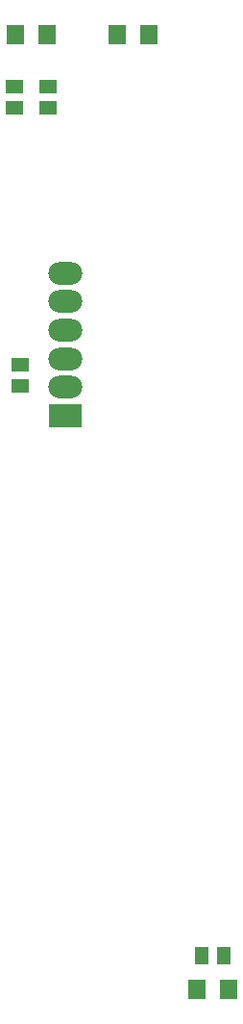
<source format=gtp>
G04 #@! TF.GenerationSoftware,KiCad,Pcbnew,(6.0.9)*
G04 #@! TF.CreationDate,2024-11-23T14:03:30+01:00*
G04 #@! TF.ProjectId,Spoke,53706f6b-652e-46b6-9963-61645f706362,1.2*
G04 #@! TF.SameCoordinates,PX5f5e100PY5f5e100*
G04 #@! TF.FileFunction,Paste,Top*
G04 #@! TF.FilePolarity,Positive*
%FSLAX46Y46*%
G04 Gerber Fmt 4.6, Leading zero omitted, Abs format (unit mm)*
G04 Created by KiCad (PCBNEW (6.0.9)) date 2024-11-23 14:03:30*
%MOMM*%
%LPD*%
G01*
G04 APERTURE LIST*
%ADD10R,1.300000X1.500000*%
%ADD11R,1.600000X1.800000*%
%ADD12R,1.500000X1.300000*%
%ADD13R,3.000000X2.000000*%
%ADD14O,3.000000X2.000000*%
G04 APERTURE END LIST*
D10*
G04 #@! TO.C,R6*
X950000Y-39000000D03*
X-950000Y-39000000D03*
G04 #@! TD*
D11*
G04 #@! TO.C,D4*
X-14600000Y42000000D03*
X-17400000Y42000000D03*
G04 #@! TD*
D12*
G04 #@! TO.C,C10*
X-17000000Y11050000D03*
X-17000000Y12950000D03*
G04 #@! TD*
D11*
G04 #@! TO.C,D3*
X-5600000Y42000000D03*
X-8400000Y42000000D03*
G04 #@! TD*
D13*
G04 #@! TO.C,U4*
X-13000000Y8500000D03*
D14*
X-13000000Y11000000D03*
X-13000000Y13500000D03*
X-13000000Y16000000D03*
X-13000000Y18500000D03*
X-13000000Y21000000D03*
G04 #@! TD*
D11*
G04 #@! TO.C,D2*
X-1400000Y-42000000D03*
X1400000Y-42000000D03*
G04 #@! TD*
D12*
G04 #@! TO.C,R13*
X-17500000Y35550000D03*
X-17500000Y37450000D03*
G04 #@! TD*
G04 #@! TO.C,R11*
X-14500000Y35550000D03*
X-14500000Y37450000D03*
G04 #@! TD*
M02*

</source>
